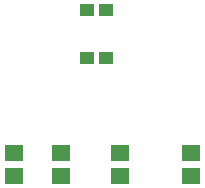
<source format=gtp>
G04*
G04 #@! TF.GenerationSoftware,Altium Limited,Altium Designer,25.2.1 (25)*
G04*
G04 Layer_Color=8421504*
%FSLAX44Y44*%
%MOMM*%
G71*
G04*
G04 #@! TF.SameCoordinates,E59C81FF-183B-4B4C-A30A-65E7F72278B8*
G04*
G04*
G04 #@! TF.FilePolarity,Positive*
G04*
G01*
G75*
%ADD12R,1.2065X1.0582*%
%ADD13R,1.5500X1.3500*%
D12*
X178259Y170000D02*
D03*
X161741D02*
D03*
Y210000D02*
D03*
X178259D02*
D03*
D13*
X250000Y89750D02*
D03*
Y70250D02*
D03*
X190000Y89750D02*
D03*
Y70250D02*
D03*
X140000Y89750D02*
D03*
Y70250D02*
D03*
X100000Y89750D02*
D03*
Y70250D02*
D03*
M02*

</source>
